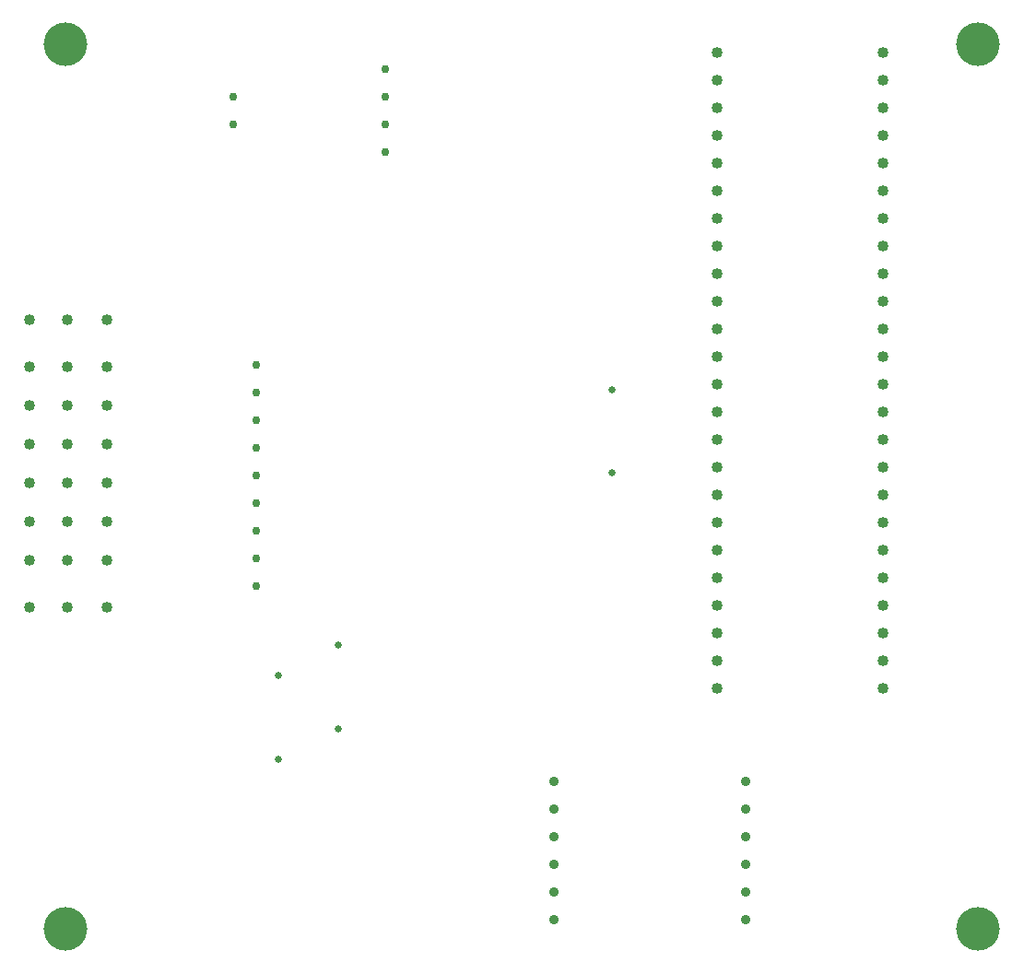
<source format=gbr>
%TF.GenerationSoftware,Altium Limited,Altium Designer,24.4.1 (13)*%
G04 Layer_Color=0*
%FSLAX45Y45*%
%MOMM*%
%TF.SameCoordinates,B3E1FF51-322A-4C5C-8053-80DE806A948F*%
%TF.FilePolarity,Positive*%
%TF.FileFunction,Plated,1,2,PTH,Drill*%
%TF.Part,Single*%
G01*
G75*
%TA.AperFunction,ComponentDrill*%
%ADD37C,0.65000*%
%TA.AperFunction,OtherDrill,Pad Free-9 (33.02mm,114.3mm)*%
%ADD38C,4.00000*%
%TA.AperFunction,OtherDrill,Pad Free-8 (33.02mm,33.02mm)*%
%ADD39C,4.00000*%
%TA.AperFunction,OtherDrill,Pad Free-7 (116.84mm,33.02mm)*%
%ADD40C,4.00000*%
%TA.AperFunction,OtherDrill,Pad Free-6 (116.84mm,114.3mm)*%
%ADD41C,4.00000*%
%TA.AperFunction,ComponentDrill*%
%ADD42C,1.02000*%
%ADD43C,0.88900*%
%ADD44C,1.01600*%
%ADD45C,0.76200*%
%ADD46C,0.76200*%
D37*
X8318500Y7490500D02*
D03*
Y8257500D02*
D03*
X5257800Y4861601D02*
D03*
Y5628599D02*
D03*
X5803900Y5907999D02*
D03*
Y5141001D02*
D03*
D38*
X3302000Y11430000D02*
D03*
D39*
Y3302000D02*
D03*
D40*
X11684000D02*
D03*
D41*
Y11430000D02*
D03*
D42*
X10807700Y11353800D02*
D03*
Y11099800D02*
D03*
Y10845800D02*
D03*
Y10591800D02*
D03*
Y10337800D02*
D03*
Y10083800D02*
D03*
Y9829800D02*
D03*
Y9575800D02*
D03*
Y9321800D02*
D03*
Y5511800D02*
D03*
X9283700Y6273800D02*
D03*
Y6527800D02*
D03*
Y6781800D02*
D03*
Y7035800D02*
D03*
Y7289800D02*
D03*
Y7543800D02*
D03*
Y7797800D02*
D03*
Y8051800D02*
D03*
Y8305800D02*
D03*
Y8559800D02*
D03*
Y8813800D02*
D03*
Y9067800D02*
D03*
Y6019800D02*
D03*
Y5765800D02*
D03*
Y5511800D02*
D03*
Y9321800D02*
D03*
Y9575800D02*
D03*
Y9829800D02*
D03*
Y10083800D02*
D03*
Y10337800D02*
D03*
Y10591800D02*
D03*
Y10845800D02*
D03*
Y11099800D02*
D03*
Y11353800D02*
D03*
X10807700Y9067800D02*
D03*
Y8813800D02*
D03*
Y8559800D02*
D03*
Y8305800D02*
D03*
Y8051800D02*
D03*
Y7797800D02*
D03*
Y7543800D02*
D03*
Y7289800D02*
D03*
Y7035800D02*
D03*
Y6781800D02*
D03*
Y6527800D02*
D03*
Y6273800D02*
D03*
Y6019800D02*
D03*
Y5765800D02*
D03*
D43*
X7785100Y4660900D02*
D03*
Y4406900D02*
D03*
Y4152900D02*
D03*
Y3898900D02*
D03*
Y3644900D02*
D03*
Y3390900D02*
D03*
X9550400Y4660900D02*
D03*
Y4406900D02*
D03*
Y4152900D02*
D03*
Y3898900D02*
D03*
Y3644900D02*
D03*
Y3390900D02*
D03*
D44*
X2971800Y7759700D02*
D03*
Y8115300D02*
D03*
Y8470900D02*
D03*
X3314700Y6261100D02*
D03*
Y6692900D02*
D03*
Y7048500D02*
D03*
Y7404100D02*
D03*
X2971800Y8902700D02*
D03*
X3683000D02*
D03*
Y8470900D02*
D03*
Y8115300D02*
D03*
Y7759700D02*
D03*
X2971800Y6261100D02*
D03*
Y6692900D02*
D03*
X3314700Y7759700D02*
D03*
Y8115300D02*
D03*
Y8470900D02*
D03*
X3683000Y7404100D02*
D03*
Y7048500D02*
D03*
Y6692900D02*
D03*
Y6261100D02*
D03*
X3314700Y8902700D02*
D03*
X2971800Y7404100D02*
D03*
Y7048500D02*
D03*
D45*
X4838700Y10947400D02*
D03*
Y10693400D02*
D03*
X6235700Y10439400D02*
D03*
Y10693400D02*
D03*
Y10947400D02*
D03*
Y11201400D02*
D03*
D46*
X5054600Y8483600D02*
D03*
Y8229600D02*
D03*
Y7975600D02*
D03*
Y7721600D02*
D03*
Y7467600D02*
D03*
Y7213600D02*
D03*
Y6959600D02*
D03*
Y6705600D02*
D03*
Y6451600D02*
D03*
%TF.MD5,82b78fadae26644e2f0103ee1ccff812*%
M02*

</source>
